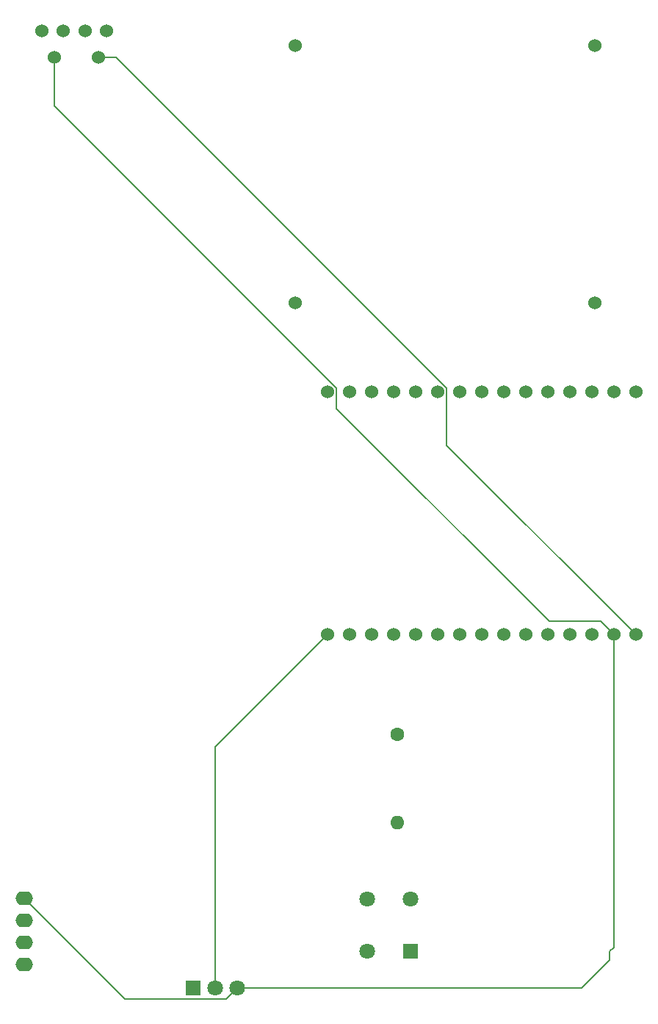
<source format=gbr>
%TF.GenerationSoftware,KiCad,Pcbnew,8.0.5-unknown-202409211835~1ac1a5bb3b~ubuntu24.04.1*%
%TF.CreationDate,2024-09-23T17:16:53-04:00*%
%TF.ProjectId,teaPCB,74656150-4342-42e6-9b69-6361645f7063,rev?*%
%TF.SameCoordinates,Original*%
%TF.FileFunction,Copper,L2,Bot*%
%TF.FilePolarity,Positive*%
%FSLAX46Y46*%
G04 Gerber Fmt 4.6, Leading zero omitted, Abs format (unit mm)*
G04 Created by KiCad (PCBNEW 8.0.5-unknown-202409211835~1ac1a5bb3b~ubuntu24.04.1) date 2024-09-23 17:16:53*
%MOMM*%
%LPD*%
G01*
G04 APERTURE LIST*
%TA.AperFunction,ComponentPad*%
%ADD10C,1.524000*%
%TD*%
%TA.AperFunction,ComponentPad*%
%ADD11R,1.800000X1.800000*%
%TD*%
%TA.AperFunction,ComponentPad*%
%ADD12C,1.800000*%
%TD*%
%TA.AperFunction,ComponentPad*%
%ADD13C,1.600000*%
%TD*%
%TA.AperFunction,ComponentPad*%
%ADD14O,1.600000X1.600000*%
%TD*%
%TA.AperFunction,ComponentPad*%
%ADD15O,2.000000X1.600000*%
%TD*%
%TA.AperFunction,Conductor*%
%ADD16C,0.200000*%
%TD*%
G04 APERTURE END LIST*
D10*
%TO.P,REF\u002A\u002A,1*%
%TO.N,N/C*%
X134400000Y-94500000D03*
%TO.P,REF\u002A\u002A,2*%
X134400000Y-64900000D03*
%TO.P,REF\u002A\u002A,3*%
X169000000Y-64900000D03*
%TO.P,REF\u002A\u002A,4*%
X169000000Y-94500000D03*
%TD*%
%TO.P,U1,1,A0(ADC0)*%
%TO.N,Net-(U1-A0(ADC0))*%
X138140000Y-132700000D03*
%TO.P,U1,2,RSV*%
%TO.N,unconnected-(U1-RSV-Pad2)*%
X140680000Y-132700000D03*
%TO.P,U1,3,RSV*%
%TO.N,unconnected-(U1-RSV-Pad3)*%
X143220000Y-132700000D03*
%TO.P,U1,4,SD3(GPIO10)*%
%TO.N,unconnected-(U1-SD3(GPIO10)-Pad4)*%
X145760000Y-132700000D03*
%TO.P,U1,5,SD2(GPIO9)*%
%TO.N,unconnected-(U1-SD2(GPIO9)-Pad5)*%
X148300000Y-132700000D03*
%TO.P,U1,6,SD1(MOSI)*%
%TO.N,unconnected-(U1-SD1(MOSI)-Pad6)*%
X150840000Y-132700000D03*
%TO.P,U1,7,CMD(CS)*%
%TO.N,unconnected-(U1-CMD(CS)-Pad7)*%
X153380000Y-132700000D03*
%TO.P,U1,8,SDO(MISO)*%
%TO.N,unconnected-(U1-SDO(MISO)-Pad8)*%
X155920000Y-132700000D03*
%TO.P,U1,9,CLK(SCLK)*%
%TO.N,unconnected-(U1-CLK(SCLK)-Pad9)*%
X158460000Y-132700000D03*
%TO.P,U1,10,GND*%
%TO.N,unconnected-(U1-GND-Pad10)*%
X161000000Y-132700000D03*
%TO.P,U1,11,3.3V*%
%TO.N,unconnected-(U1-3.3V-Pad11)*%
X163540000Y-132700000D03*
%TO.P,U1,12,EN*%
%TO.N,unconnected-(U1-EN-Pad12)*%
X166080000Y-132700000D03*
%TO.P,U1,13,RST*%
%TO.N,unconnected-(U1-RST-Pad13)*%
X168620000Y-132700000D03*
%TO.P,U1,14,GND*%
%TO.N,GND*%
X171160000Y-132700000D03*
%TO.P,U1,15,VIN*%
%TO.N,+5V*%
X173700000Y-132700000D03*
%TO.P,U1,16,3.3V*%
%TO.N,unconnected-(U1-3.3V-Pad16)*%
X173700000Y-104760000D03*
%TO.P,U1,17,GND*%
%TO.N,unconnected-(U1-GND-Pad17)*%
X171160000Y-104760000D03*
%TO.P,U1,18,TX(GPIO1)*%
%TO.N,unconnected-(U1-TX(GPIO1)-Pad18)*%
X168620000Y-104760000D03*
%TO.P,U1,19,RX(DPIO3)*%
%TO.N,unconnected-(U1-RX(DPIO3)-Pad19)*%
X166080000Y-104760000D03*
%TO.P,U1,20,D8(GPIO15)*%
%TO.N,Net-(M2-IN4)*%
X163540000Y-104760000D03*
%TO.P,U1,21,D7(GPIO13)*%
%TO.N,Net-(M2-IN3)*%
X161000000Y-104760000D03*
%TO.P,U1,22,D6(GPIO12)*%
%TO.N,Net-(M2-IN2)*%
X158460000Y-104760000D03*
%TO.P,U1,23,D5(GPIO14)*%
%TO.N,Net-(M2-IN1)*%
X155920000Y-104760000D03*
%TO.P,U1,24,GND*%
%TO.N,unconnected-(U1-GND-Pad24)*%
X153380000Y-104760000D03*
%TO.P,U1,25,3.3V*%
%TO.N,unconnected-(U1-3.3V-Pad25)*%
X150840000Y-104760000D03*
%TO.P,U1,26,D4(GPIO2)*%
%TO.N,unconnected-(U1-D4(GPIO2)-Pad26)*%
X148300000Y-104760000D03*
%TO.P,U1,27,D3(GPIO0)*%
%TO.N,Net-(U1-D3(GPIO0))*%
X145760000Y-104760000D03*
%TO.P,U1,28,D2(GPIO4)*%
%TO.N,Net-(Brd1-SDA)*%
X143220000Y-104760000D03*
%TO.P,U1,29,D1(GPIO5)*%
%TO.N,Net-(Brd1-SCL)*%
X140680000Y-104760000D03*
%TO.P,U1,30,D0(GPIO16)*%
%TO.N,unconnected-(U1-D0(GPIO16)-Pad30)*%
X138140000Y-104760000D03*
%TD*%
D11*
%TO.P,SW1,1,1*%
%TO.N,Net-(R1-Pad2)*%
X147700000Y-169200000D03*
D12*
%TO.P,SW1,2,2*%
%TO.N,+5V*%
X142700000Y-169200000D03*
%TO.P,SW1,3*%
%TO.N,N/C*%
X147700000Y-163200000D03*
%TO.P,SW1,4*%
X142700000Y-163200000D03*
%TD*%
D11*
%TO.P,RV1,1,1*%
%TO.N,+5V*%
X122700000Y-173450000D03*
D12*
%TO.P,RV1,2,2*%
%TO.N,Net-(U1-A0(ADC0))*%
X125200000Y-173450000D03*
%TO.P,RV1,3,3*%
%TO.N,GND*%
X127700000Y-173450000D03*
%TD*%
D13*
%TO.P,R1,1*%
%TO.N,Net-(U1-D3(GPIO0))*%
X146200000Y-144200000D03*
D14*
%TO.P,R1,2*%
%TO.N,Net-(R1-Pad2)*%
X146200000Y-154360000D03*
%TD*%
D10*
%TO.P,M2,1,IN1*%
%TO.N,Net-(M2-IN1)*%
X105200000Y-63200000D03*
%TO.P,M2,2,IN2*%
%TO.N,Net-(M2-IN2)*%
X107700000Y-63200000D03*
%TO.P,M2,3,IN3*%
%TO.N,Net-(M2-IN3)*%
X110200000Y-63200000D03*
%TO.P,M2,4,IN4*%
%TO.N,Net-(M2-IN4)*%
X112700000Y-63200000D03*
%TO.P,M2,5,Vcc*%
%TO.N,+5V*%
X111700000Y-66200000D03*
%TO.P,M2,6,GND*%
%TO.N,GND*%
X106700000Y-66200000D03*
%TD*%
D15*
%TO.P,Brd1,4,SDA*%
%TO.N,Net-(Brd1-SDA)*%
X103200000Y-170700000D03*
%TO.P,Brd1,3,SCL*%
%TO.N,Net-(Brd1-SCL)*%
X103200000Y-168160000D03*
%TO.P,Brd1,1,GND*%
%TO.N,GND*%
X103200000Y-163080000D03*
%TO.P,Brd1,2,VCC*%
%TO.N,+5V*%
X103200000Y-165620000D03*
%TD*%
D16*
%TO.N,+5V*%
X111700000Y-66200000D02*
X113781895Y-66200000D01*
X113781895Y-66200000D02*
X151902000Y-104320105D01*
X151902000Y-104320105D02*
X151902000Y-110902000D01*
X151902000Y-110902000D02*
X173700000Y-132700000D01*
%TO.N,GND*%
X106700000Y-66200000D02*
X106700000Y-71818105D01*
X106700000Y-71818105D02*
X139202000Y-104320105D01*
X139202000Y-104320105D02*
X139202000Y-106702000D01*
X139202000Y-106702000D02*
X163700000Y-131200000D01*
X163700000Y-131200000D02*
X169660000Y-131200000D01*
X169660000Y-131200000D02*
X171160000Y-132700000D01*
X103200000Y-163080000D02*
X114770000Y-174650000D01*
X114770000Y-174650000D02*
X126500000Y-174650000D01*
X126500000Y-174650000D02*
X127700000Y-173450000D01*
X167450000Y-173450000D02*
X170700000Y-170200000D01*
X127700000Y-173450000D02*
X167450000Y-173450000D01*
X170700000Y-170200000D02*
X170700000Y-169200000D01*
X170700000Y-169200000D02*
X171160000Y-168740000D01*
X171160000Y-168740000D02*
X171160000Y-132700000D01*
%TO.N,Net-(U1-A0(ADC0))*%
X125200000Y-173450000D02*
X125200000Y-145640000D01*
X125200000Y-145640000D02*
X138140000Y-132700000D01*
%TD*%
M02*

</source>
